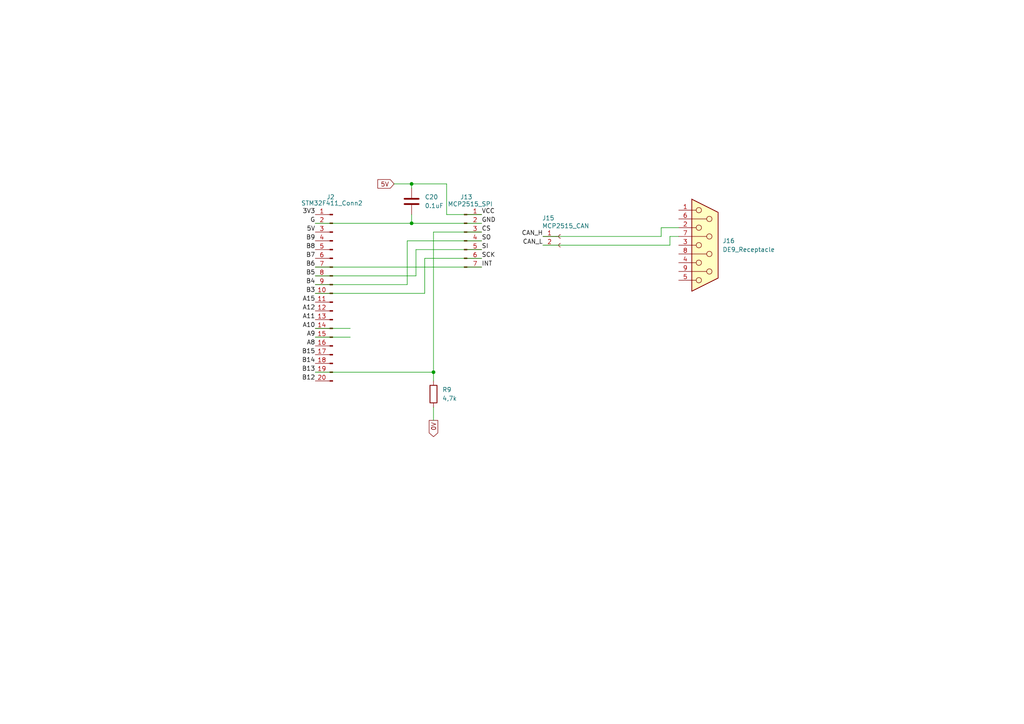
<source format=kicad_sch>
(kicad_sch (version 20231120) (generator "eeschema") (generator_version "8.0")
  (paper "A4")
  (lib_symbols
    (symbol "Connector:Conn_01x02_Socket" (pin_names (offset 1.016) hide)
      (property "Reference" "J" (at 0 2.54 0))
      (property "Value" "Conn_01x02_Socket" (at 0 -5.08 0))
      (symbol "Conn_01x02_Socket_1_1"
        (arc (start 0 -2.032) (mid -0.5058 -2.54) (end 0 -3.048) (stroke (width 0.1524)))
        (polyline (pts (xy -1.27 -2.54) (xy -0.508 -2.54)) (stroke (width 0.1524)))
        (polyline (pts (xy -1.27 0) (xy -0.508 0)) (stroke (width 0.1524)))
        (arc (start 0 0.508) (mid -0.5058 0) (end 0 -0.508) (stroke (width 0.1524)))
        (pin passive line (at -5.08 0 0) (length 3.81) (name "Pin_1") (number "1"))
        (pin passive line (at -5.08 -2.54 0) (length 3.81) (name "Pin_2") (number "2"))
      )
    )
    (symbol "Connector:Conn_01x07_Pin" (pin_names (offset 1.016) hide)
      (property "Reference" "J" (at 0 10.16 0))
      (property "Value" "Conn_01x07_Pin" (at 0 -10.16 0))
      (symbol "Conn_01x07_Pin_1_1"
        (polyline (pts (xy 1.27 -7.62) (xy 0.8636 -7.62)) (stroke (width 0.1524)))
        (polyline (pts (xy 1.27 -5.08) (xy 0.8636 -5.08)) (stroke (width 0.1524)))
        (polyline (pts (xy 1.27 -2.54) (xy 0.8636 -2.54)) (stroke (width 0.1524)))
        (polyline (pts (xy 1.27 0) (xy 0.8636 0)) (stroke (width 0.1524)))
        (polyline (pts (xy 1.27 2.54) (xy 0.8636 2.54)) (stroke (width 0.1524)))
        (polyline (pts (xy 1.27 5.08) (xy 0.8636 5.08)) (stroke (width 0.1524)))
        (polyline (pts (xy 1.27 7.62) (xy 0.8636 7.62)) (stroke (width 0.1524)))
        (rectangle (start 0.8636 -7.493) (end 0 -7.747) (stroke (width 0.1524)) (fill (type outline)))
        (rectangle (start 0.8636 -4.953) (end 0 -5.207) (stroke (width 0.1524)) (fill (type outline)))
        (rectangle (start 0.8636 -2.413) (end 0 -2.667) (stroke (width 0.1524)) (fill (type outline)))
        (rectangle (start 0.8636 0.127) (end 0 -0.127) (stroke (width 0.1524)) (fill (type outline)))
        (rectangle (start 0.8636 2.667) (end 0 2.413) (stroke (width 0.1524)) (fill (type outline)))
        (rectangle (start 0.8636 5.207) (end 0 4.953) (stroke (width 0.1524)) (fill (type outline)))
        (rectangle (start 0.8636 7.747) (end 0 7.493) (stroke (width 0.1524)) (fill (type outline)))
        (pin passive line (at 5.08 7.62 180) (length 3.81) (name "Pin_1") (number "1"))
        (pin passive line (at 5.08 5.08 180) (length 3.81) (name "Pin_2") (number "2"))
        (pin passive line (at 5.08 2.54 180) (length 3.81) (name "Pin_3") (number "3"))
        (pin passive line (at 5.08 0 180) (length 3.81) (name "Pin_4") (number "4"))
        (pin passive line (at 5.08 -2.54 180) (length 3.81) (name "Pin_5") (number "5"))
        (pin passive line (at 5.08 -5.08 180) (length 3.81) (name "Pin_6") (number "6"))
        (pin passive line (at 5.08 -7.62 180) (length 3.81) (name "Pin_7") (number "7"))
      )
    )
    (symbol "Connector:Conn_01x20_Pin" (pin_names (offset 1.016) hide)
      (property "Reference" "J" (at 0 25.4 0))
      (property "Value" "Conn_01x20_Pin" (at 0 -27.94 0))
      (symbol "Conn_01x20_Pin_1_1"
        (polyline (pts (xy 1.27 -25.4) (xy 0.8636 -25.4)) (stroke (width 0.1524)))
        (polyline (pts (xy 1.27 -22.86) (xy 0.8636 -22.86)) (stroke (width 0.1524)))
        (polyline (pts (xy 1.27 -20.32) (xy 0.8636 -20.32)) (stroke (width 0.1524)))
        (polyline (pts (xy 1.27 -17.78) (xy 0.8636 -17.78)) (stroke (width 0.1524)))
        (polyline (pts (xy 1.27 -15.24) (xy 0.8636 -15.24)) (stroke (width 0.1524)))
        (polyline (pts (xy 1.27 -12.7) (xy 0.8636 -12.7)) (stroke (width 0.1524)))
        (polyline (pts (xy 1.27 -10.16) (xy 0.8636 -10.16)) (stroke (width 0.1524)))
        (polyline (pts (xy 1.27 -7.62) (xy 0.8636 -7.62)) (stroke (width 0.1524)))
        (polyline (pts (xy 1.27 -5.08) (xy 0.8636 -5.08)) (stroke (width 0.1524)))
        (polyline (pts (xy 1.27 -2.54) (xy 0.8636 -2.54)) (stroke (width 0.1524)))
        (polyline (pts (xy 1.27 0) (xy 0.8636 0)) (stroke (width 0.1524)))
        (polyline (pts (xy 1.27 2.54) (xy 0.8636 2.54)) (stroke (width 0.1524)))
        (polyline (pts (xy 1.27 5.08) (xy 0.8636 5.08)) (stroke (width 0.1524)))
        (polyline (pts (xy 1.27 7.62) (xy 0.8636 7.62)) (stroke (width 0.1524)))
        (polyline (pts (xy 1.27 10.16) (xy 0.8636 10.16)) (stroke (width 0.1524)))
        (polyline (pts (xy 1.27 12.7) (xy 0.8636 12.7)) (stroke (width 0.1524)))
        (polyline (pts (xy 1.27 15.24) (xy 0.8636 15.24)) (stroke (width 0.1524)))
        (polyline (pts (xy 1.27 17.78) (xy 0.8636 17.78)) (stroke (width 0.1524)))
        (polyline (pts (xy 1.27 20.32) (xy 0.8636 20.32)) (stroke (width 0.1524)))
        (polyline (pts (xy 1.27 22.86) (xy 0.8636 22.86)) (stroke (width 0.1524)))
        (rectangle (start 0.8636 -25.273) (end 0 -25.527) (stroke (width 0.1524)) (fill (type outline)))
        (rectangle (start 0.8636 -22.733) (end 0 -22.987) (stroke (width 0.1524)) (fill (type outline)))
        (rectangle (start 0.8636 -20.193) (end 0 -20.447) (stroke (width 0.1524)) (fill (type outline)))
        (rectangle (start 0.8636 -17.653) (end 0 -17.907) (stroke (width 0.1524)) (fill (type outline)))
        (rectangle (start 0.8636 -15.113) (end 0 -15.367) (stroke (width 0.1524)) (fill (type outline)))
        (rectangle (start 0.8636 -12.573) (end 0 -12.827) (stroke (width 0.1524)) (fill (type outline)))
        (rectangle (start 0.8636 -10.033) (end 0 -10.287) (stroke (width 0.1524)) (fill (type outline)))
        (rectangle (start 0.8636 -7.493) (end 0 -7.747) (stroke (width 0.1524)) (fill (type outline)))
        (rectangle (start 0.8636 -4.953) (end 0 -5.207) (stroke (width 0.1524)) (fill (type outline)))
        (rectangle (start 0.8636 -2.413) (end 0 -2.667) (stroke (width 0.1524)) (fill (type outline)))
        (rectangle (start 0.8636 0.127) (end 0 -0.127) (stroke (width 0.1524)) (fill (type outline)))
        (rectangle (start 0.8636 2.667) (end 0 2.413) (stroke (width 0.1524)) (fill (type outline)))
        (rectangle (start 0.8636 5.207) (end 0 4.953) (stroke (width 0.1524)) (fill (type outline)))
        (rectangle (start 0.8636 7.747) (end 0 7.493) (stroke (width 0.1524)) (fill (type outline)))
        (rectangle (start 0.8636 10.287) (end 0 10.033) (stroke (width 0.1524)) (fill (type outline)))
        (rectangle (start 0.8636 12.827) (end 0 12.573) (stroke (width 0.1524)) (fill (type outline)))
        (rectangle (start 0.8636 15.367) (end 0 15.113) (stroke (width 0.1524)) (fill (type outline)))
        (rectangle (start 0.8636 17.907) (end 0 17.653) (stroke (width 0.1524)) (fill (type outline)))
        (rectangle (start 0.8636 20.447) (end 0 20.193) (stroke (width 0.1524)) (fill (type outline)))
        (rectangle (start 0.8636 22.987) (end 0 22.733) (stroke (width 0.1524)) (fill (type outline)))
        (pin passive line (at 5.08 22.86 180) (length 3.81) (name "Pin_1") (number "1"))
        (pin passive line (at 5.08 0 180) (length 3.81) (name "Pin_10") (number "10"))
        (pin passive line (at 5.08 -2.54 180) (length 3.81) (name "Pin_11") (number "11"))
        (pin passive line (at 5.08 -5.08 180) (length 3.81) (name "Pin_12") (number "12"))
        (pin passive line (at 5.08 -7.62 180) (length 3.81) (name "Pin_13") (number "13"))
        (pin passive line (at 5.08 -10.16 180) (length 3.81) (name "Pin_14") (number "14"))
        (pin passive line (at 5.08 -12.7 180) (length 3.81) (name "Pin_15") (number "15"))
        (pin passive line (at 5.08 -15.24 180) (length 3.81) (name "Pin_16") (number "16"))
        (pin passive line (at 5.08 -17.78 180) (length 3.81) (name "Pin_17") (number "17"))
        (pin passive line (at 5.08 -20.32 180) (length 3.81) (name "Pin_18") (number "18"))
        (pin passive line (at 5.08 -22.86 180) (length 3.81) (name "Pin_19") (number "19"))
        (pin passive line (at 5.08 20.32 180) (length 3.81) (name "Pin_2") (number "2"))
        (pin passive line (at 5.08 -25.4 180) (length 3.81) (name "Pin_20") (number "20"))
        (pin passive line (at 5.08 17.78 180) (length 3.81) (name "Pin_3") (number "3"))
        (pin passive line (at 5.08 15.24 180) (length 3.81) (name "Pin_4") (number "4"))
        (pin passive line (at 5.08 12.7 180) (length 3.81) (name "Pin_5") (number "5"))
        (pin passive line (at 5.08 10.16 180) (length 3.81) (name "Pin_6") (number "6"))
        (pin passive line (at 5.08 7.62 180) (length 3.81) (name "Pin_7") (number "7"))
        (pin passive line (at 5.08 5.08 180) (length 3.81) (name "Pin_8") (number "8"))
        (pin passive line (at 5.08 2.54 180) (length 3.81) (name "Pin_9") (number "9"))
      )
    )
    (symbol "Connector:DE9_Receptacle" (pin_names (offset 1.016) hide)
      (property "Reference" "J" (at 0 13.97 0))
      (property "Value" "DE9_Receptacle" (at 0 -14.605 0))
      (symbol "DE9_Receptacle_0_1"
        (circle (center -1.778 -10.16) (radius 0.762))
        (circle (center -1.778 -5.08) (radius 0.762))
        (circle (center -1.778 0) (radius 0.762))
        (circle (center -1.778 5.08) (radius 0.762))
        (circle (center -1.778 10.16) (radius 0.762))
        (polyline (pts (xy -3.81 -10.16) (xy -2.54 -10.16)))
        (polyline (pts (xy -3.81 -7.62) (xy 0.508 -7.62)))
        (polyline (pts (xy -3.81 -5.08) (xy -2.54 -5.08)))
        (polyline (pts (xy -3.81 -2.54) (xy 0.508 -2.54)))
        (polyline (pts (xy -3.81 0) (xy -2.54 0)))
        (polyline (pts (xy -3.81 2.54) (xy 0.508 2.54)))
        (polyline (pts (xy -3.81 5.08) (xy -2.54 5.08)))
        (polyline (pts (xy -3.81 7.62) (xy 0.508 7.62)))
        (polyline (pts (xy -3.81 10.16) (xy -2.54 10.16)))
        (polyline (pts (xy -3.81 13.335) (xy -3.81 -13.335) (xy 3.81 -9.525) (xy 3.81 9.525) (xy -3.81 13.335)) (stroke (width 0.254)) (fill (type background)))
        (circle (center 1.27 -7.62) (radius 0.762))
        (circle (center 1.27 -2.54) (radius 0.762))
        (circle (center 1.27 2.54) (radius 0.762))
        (circle (center 1.27 7.62) (radius 0.762))
      )
      (symbol "DE9_Receptacle_1_1"
        (pin passive line (at -7.62 10.16 0) (length 3.81) (name "1") (number "1"))
        (pin passive line (at -7.62 5.08 0) (length 3.81) (name "2") (number "2"))
        (pin passive line (at -7.62 0 0) (length 3.81) (name "3") (number "3"))
        (pin passive line (at -7.62 -5.08 0) (length 3.81) (name "4") (number "4"))
        (pin passive line (at -7.62 -10.16 0) (length 3.81) (name "5") (number "5"))
        (pin passive line (at -7.62 7.62 0) (length 3.81) (name "6") (number "6"))
        (pin passive line (at -7.62 2.54 0) (length 3.81) (name "7") (number "7"))
        (pin passive line (at -7.62 -2.54 0) (length 3.81) (name "8") (number "8"))
        (pin passive line (at -7.62 -7.62 0) (length 3.81) (name "9") (number "9"))
      )
    )
    (symbol "Device:C" (pin_numbers hide) (pin_names (offset 0.254))
      (property "Reference" "C" (at 0.635 2.54 0))
      (property "Value" "C" (at 0.635 -2.54 0))
      (symbol "C_0_1"
        (polyline (pts (xy -2.032 -0.762) (xy 2.032 -0.762)) (stroke (width 0.508)))
        (polyline (pts (xy -2.032 0.762) (xy 2.032 0.762)) (stroke (width 0.508)))
      )
      (symbol "C_1_1"
        (pin passive line (at 0 3.81 270) (length 2.794) (name "~") (number "1"))
        (pin passive line (at 0 -3.81 90) (length 2.794) (name "~") (number "2"))
      )
    )
    (symbol "Device:R" (pin_numbers hide) (pin_names (offset 0))
      (property "Reference" "R" (at 2.032 0 90))
      (property "Value" "R" (at 0 0 90))
      (symbol "R_0_1"
        (rectangle (start -1.016 -2.54) (end 1.016 2.54) (stroke (width 0.254)))
      )
      (symbol "R_1_1"
        (pin passive line (at 0 3.81 270) (length 1.27) (name "~") (number "1"))
        (pin passive line (at 0 -3.81 90) (length 1.27) (name "~") (number "2"))
      )
    )
  )
  (junction (at 119.38 53.34))
  (junction (at 119.38 64.77))
  (junction (at 125.73 107.95))
  (wire (pts (xy 119.38 53.34) (xy 129.54 53.34)))
  (wire (pts (xy 114.3 53.34) (xy 119.38 53.34)))
  (wire (pts (xy 125.73 118.11) (xy 125.73 121.92)))
  (wire (pts (xy 91.44 64.77) (xy 119.38 64.77)))
  (wire (pts (xy 91.44 80.01) (xy 120.65 80.01)))
  (wire (pts (xy 194.31 68.58) (xy 196.85 68.58)))
  (wire (pts (xy 194.31 71.12) (xy 194.31 68.58)))
  (wire (pts (xy 91.44 95.25) (xy 101.6 95.25)))
  (wire (pts (xy 91.44 107.95) (xy 125.73 107.95)))
  (wire (pts (xy 125.73 67.31) (xy 139.7 67.31)))
  (wire (pts (xy 119.38 53.34) (xy 119.38 54.61)))
  (wire (pts (xy 91.44 77.47) (xy 139.7 77.47)))
  (wire (pts (xy 129.54 62.23) (xy 139.7 62.23)))
  (wire (pts (xy 125.73 67.31) (xy 125.73 107.95)))
  (wire (pts (xy 120.65 72.39) (xy 139.7 72.39)))
  (wire (pts (xy 123.19 74.93) (xy 139.7 74.93)))
  (wire (pts (xy 118.11 69.85) (xy 118.11 82.55)))
  (wire (pts (xy 118.11 69.85) (xy 139.7 69.85)))
  (wire (pts (xy 125.73 107.95) (xy 125.73 110.49)))
  (wire (pts (xy 157.48 68.58) (xy 191.77 68.58)))
  (wire (pts (xy 91.44 82.55) (xy 118.11 82.55)))
  (wire (pts (xy 191.77 68.58) (xy 191.77 66.04)))
  (wire (pts (xy 119.38 62.23) (xy 119.38 64.77)))
  (wire (pts (xy 129.54 53.34) (xy 129.54 62.23)))
  (wire (pts (xy 123.19 85.09) (xy 123.19 74.93)))
  (wire (pts (xy 91.44 85.09) (xy 123.19 85.09)))
  (wire (pts (xy 91.44 97.79) (xy 101.6 97.79)))
  (wire (pts (xy 120.65 80.01) (xy 120.65 72.39)))
  (wire (pts (xy 119.38 64.77) (xy 139.7 64.77)))
  (wire (pts (xy 191.77 66.04) (xy 196.85 66.04)))
  (wire (pts (xy 157.48 71.12) (xy 194.31 71.12)))
  (label "5V" (at 91.44 67.31 180))
  (label "CAN_L" (at 157.48 71.12 180))
  (label "A10" (at 91.44 95.25 180))
  (label "A15" (at 91.44 87.63 180))
  (label "B14" (at 91.44 105.41 180))
  (label "B5" (at 91.44 80.01 180))
  (label "B3" (at 91.44 85.09 180))
  (label "A8" (at 91.44 100.33 180))
  (label "B7" (at 91.44 74.93 180))
  (label "GND" (at 139.7 64.77 0))
  (label "INT" (at 139.7 77.47 0))
  (label "VCC" (at 139.7 62.23 0))
  (label "SO" (at 139.7 69.85 0))
  (label "A9" (at 91.44 97.79 180))
  (label "B9" (at 91.44 69.85 180))
  (label "SI" (at 139.7 72.39 0))
  (label "B4" (at 91.44 82.55 180))
  (label "SCK" (at 139.7 74.93 0))
  (label "CAN_H" (at 157.48 68.58 180))
  (label "B8" (at 91.44 72.39 180))
  (label "B6" (at 91.44 77.47 180))
  (label "B13" (at 91.44 107.95 180))
  (label "B15" (at 91.44 102.87 180))
  (label "A11" (at 91.44 92.71 180))
  (label "G" (at 91.44 64.77 180))
  (label "A12" (at 91.44 90.17 180))
  (label "B12" (at 91.44 110.49 180))
  (label "3V3" (at 91.44 62.23 180))
  (label "CS" (at 139.7 67.31 0))
  (global_label "0V" (shape output) (at 125.73 121.92 270) (property "Intersheetrefs" "${INTERSHEET_REFS}" (effects (hide yes))))
  (global_label "5V" (shape input) (at 114.3 53.34 180) (property "Intersheetrefs" "${INTERSHEET_REFS}" (effects (hide yes))))
  (symbol (lib_id "Device:C") (at 119.38 58.42 0) (unit 1)
    (property "Reference" "C20" (at 123.19 57.1499 0) (effects (justify left)))
    (property "Value" "0.1uF" (at 123.19 59.69 0) (effects (justify left)))
    (property "Description" "Unpolarized capacitor" (effects (hide yes)))
  )
  (symbol (lib_id "Connector:Conn_01x02_Socket") (at 162.56 68.58 0) (unit 1)
    (property "Reference" "J15" (at 157.226 63.246 0) (effects (justify left)))
    (property "Value" "MCP2515_CAN" (at 157.226 65.532 0) (effects (justify left)))
    (property "Description" "Generic connector, single row, 01x02, script generated" (effects (hide yes)))
  )
  (symbol (lib_id "Connector:DE9_Receptacle") (at 204.47 71.12 0) (unit 1)
    (property "Reference" "J16" (at 209.55 69.8499 0) (effects (justify left)))
    (property "Value" "DE9_Receptacle" (at 209.55 72.3899 0) (effects (justify left)))
    (property "Description" "9-pin female receptacle socket D-SUB connector" (effects (hide yes)))
  )
  (symbol (lib_id "Device:R") (at 125.73 114.3 0) (unit 1)
    (property "Reference" "R9" (at 128.27 113.0299 0) (effects (justify left)))
    (property "Value" "4,7k" (at 128.27 115.5699 0) (effects (justify left)))
    (property "Description" "Resistor" (effects (hide yes)))
  )
  (symbol (lib_id "Connector:Conn_01x07_Pin") (at 134.62 69.85 0) (unit 1)
    (property "Reference" "J13" (at 135.255 57.15 0))
    (property "Value" "MCP2515_SPI" (at 136.398 59.182 0))
    (property "Description" "Generic connector, single row, 01x07, script generated" (effects (hide yes)))
  )
  (symbol (lib_id "Connector:Conn_01x20_Pin") (at 96.52 85.09 0) (mirror y) (unit 1)
    (property "Reference" "J2" (at 95.885 57.15 0))
    (property "Value" "STM32F411_Conn2" (at 96.266 58.928 0))
    (property "Description" "Generic connector, single row, 01x20, script generated" (effects (hide yes)))
  )
)
</source>
